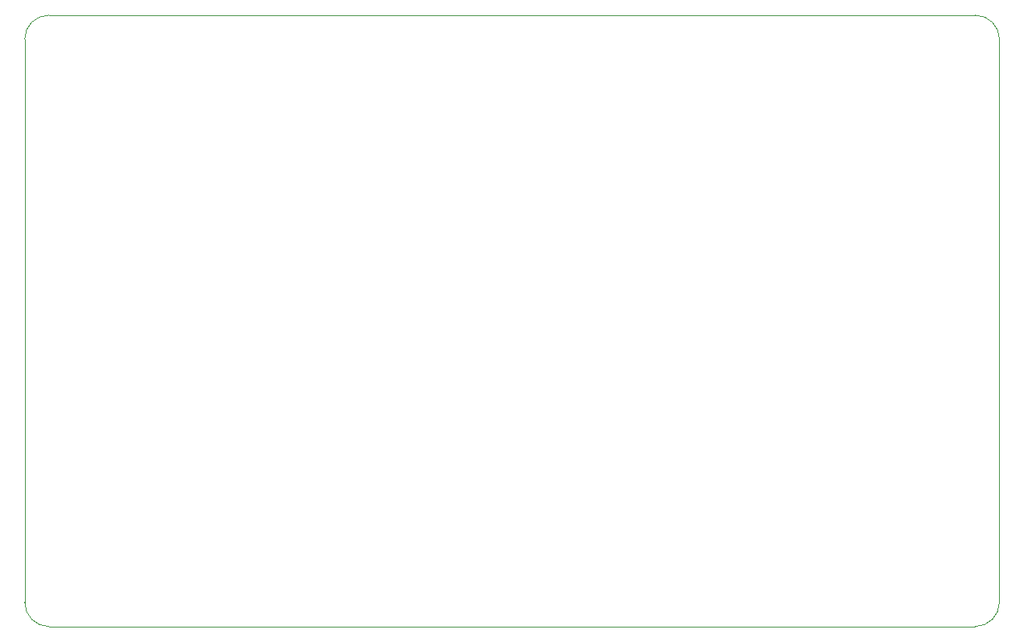
<source format=gbr>
%TF.GenerationSoftware,KiCad,Pcbnew,(5.1.4-0-10_14)*%
%TF.CreationDate,2019-11-24T21:13:54+02:00*%
%TF.ProjectId,READY,52454144-592e-46b6-9963-61645f706362,3.0*%
%TF.SameCoordinates,Original*%
%TF.FileFunction,Profile,NP*%
%FSLAX46Y46*%
G04 Gerber Fmt 4.6, Leading zero omitted, Abs format (unit mm)*
G04 Created by KiCad (PCBNEW (5.1.4-0-10_14)) date 2019-11-24 21:13:54*
%MOMM*%
%LPD*%
G04 APERTURE LIST*
%ADD10C,0.050000*%
G04 APERTURE END LIST*
D10*
X206723000Y-57961000D02*
G75*
G02X209263000Y-60501000I0J-2540000D01*
G01*
X209263000Y-119757200D02*
G75*
G02X206723000Y-122297200I-2540000J0D01*
G01*
X109372400Y-122297200D02*
G75*
G02X106832400Y-119757200I0J2540000D01*
G01*
X106823000Y-60501000D02*
G75*
G02X109363000Y-57961000I2540000J0D01*
G01*
X206723000Y-57961000D02*
X109363000Y-57961000D01*
X209263000Y-119757200D02*
X209263000Y-60501000D01*
X109372400Y-122297200D02*
X206723000Y-122297200D01*
X106823000Y-60501000D02*
X106832400Y-119757200D01*
M02*

</source>
